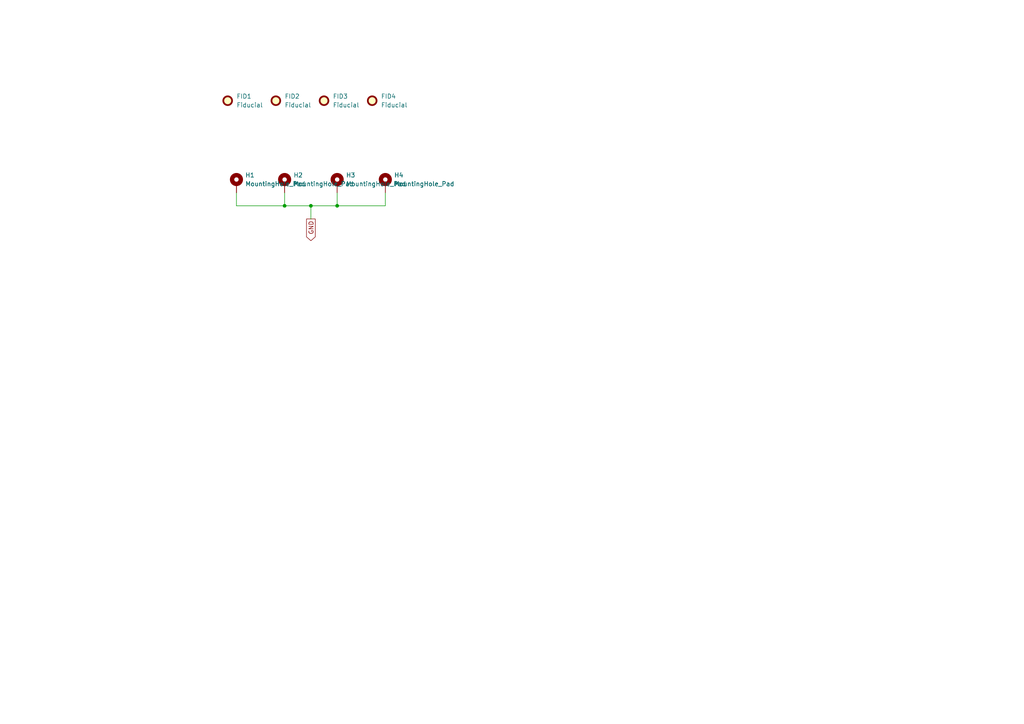
<source format=kicad_sch>
(kicad_sch (version 20250114) (generator "eeschema") (generator_version "9.0")
  (paper "A4")
  (lib_symbols
    (symbol "Mechanical:Fiducial" (in_bom no)
      (property "Reference" "FID" (at 0 5.08 0))
      (property "Value" "Fiducial" (at 0 3.175 0))
      (symbol "Fiducial_0_1"
        (circle (center 0 0) (radius 1.27) (stroke (width 0.508)) (fill (type background)))
      )
    )
    (symbol "Mechanical:MountingHole_Pad" (pin_numbers (hide yes)) (pin_names (offset 1.016) (hide yes)) (in_bom no)
      (property "Reference" "H" (at 0 6.35 0))
      (property "Value" "MountingHole_Pad" (at 0 4.445 0))
      (symbol "MountingHole_Pad_0_1"
        (circle (center 0 1.27) (radius 1.27) (stroke (width 1.27)))
      )
      (symbol "MountingHole_Pad_1_1"
        (pin input line (at 0 -2.54 90) (length 2.54) (name "1") (number "1"))
      )
    )
  )
  (junction (at 97.79 59.69))
  (junction (at 82.55 59.69))
  (junction (at 90.17 59.69))
  (wire (pts (xy 97.79 59.69) (xy 111.76 59.69)))
  (wire (pts (xy 90.17 59.69) (xy 90.17 63.5)))
  (wire (pts (xy 68.58 59.69) (xy 82.55 59.69)))
  (wire (pts (xy 68.58 55.88) (xy 68.58 59.69)))
  (wire (pts (xy 97.79 55.88) (xy 97.79 59.69)))
  (wire (pts (xy 111.76 55.88) (xy 111.76 59.69)))
  (wire (pts (xy 82.55 55.88) (xy 82.55 59.69)))
  (wire (pts (xy 82.55 59.69) (xy 90.17 59.69)))
  (wire (pts (xy 90.17 59.69) (xy 97.79 59.69)))
  (global_label "GND" (shape output) (at 90.17 63.5 270) (property "Intersheetrefs" "${INTERSHEET_REFS}" (effects (hide yes))))
  (symbol (lib_id "Mechanical:Fiducial") (at 80.01 29.21 0) (unit 1) (exclude_from_sim yes) (in_bom no)
    (property "Reference" "FID2" (at 82.55 27.9399 0) (effects (justify left)))
    (property "Value" "Fiducial" (at 82.55 30.4799 0) (effects (justify left)))
    (property "Footprint" "Fiducial:Fiducial_1.5mm_Mask3mm" (effects (hide yes)))
    (property "Description" "Fiducial Marker" (effects (hide yes)))
  )
  (symbol (lib_id "Mechanical:MountingHole_Pad") (at 111.76 53.34 0) (unit 1) (exclude_from_sim yes) (in_bom no)
    (property "Reference" "H4" (at 114.3 50.7999 0) (effects (justify left)))
    (property "Value" "MountingHole_Pad" (at 114.3 53.3399 0) (effects (justify left)))
    (property "Footprint" "MountingHole:MountingHole_3.2mm_M3_Pad" (effects (hide yes)))
    (property "Description" "Mounting Hole with connection" (effects (hide yes)))
  )
  (symbol (lib_id "Mechanical:Fiducial") (at 107.95 29.21 0) (unit 1) (exclude_from_sim yes) (in_bom no)
    (property "Reference" "FID4" (at 110.49 27.9399 0) (effects (justify left)))
    (property "Value" "Fiducial" (at 110.49 30.4799 0) (effects (justify left)))
    (property "Footprint" "Fiducial:Fiducial_1.5mm_Mask3mm" (effects (hide yes)))
    (property "Description" "Fiducial Marker" (effects (hide yes)))
  )
  (symbol (lib_id "Mechanical:MountingHole_Pad") (at 82.55 53.34 0) (unit 1) (exclude_from_sim yes) (in_bom no)
    (property "Reference" "H2" (at 85.09 50.7999 0) (effects (justify left)))
    (property "Value" "MountingHole_Pad" (at 85.09 53.3399 0) (effects (justify left)))
    (property "Footprint" "MountingHole:MountingHole_3.2mm_M3_Pad" (effects (hide yes)))
    (property "Description" "Mounting Hole with connection" (effects (hide yes)))
  )
  (symbol (lib_id "Mechanical:MountingHole_Pad") (at 68.58 53.34 0) (unit 1) (exclude_from_sim yes) (in_bom no)
    (property "Reference" "H1" (at 71.12 50.7999 0) (effects (justify left)))
    (property "Value" "MountingHole_Pad" (at 71.12 53.3399 0) (effects (justify left)))
    (property "Footprint" "MountingHole:MountingHole_3.2mm_M3_Pad" (effects (hide yes)))
    (property "Description" "Mounting Hole with connection" (effects (hide yes)))
  )
  (symbol (lib_id "Mechanical:MountingHole_Pad") (at 97.79 53.34 0) (unit 1) (exclude_from_sim yes) (in_bom no)
    (property "Reference" "H3" (at 100.33 50.7999 0) (effects (justify left)))
    (property "Value" "MountingHole_Pad" (at 100.33 53.3399 0) (effects (justify left)))
    (property "Footprint" "MountingHole:MountingHole_3.2mm_M3_Pad" (effects (hide yes)))
    (property "Description" "Mounting Hole with connection" (effects (hide yes)))
  )
  (symbol (lib_id "Mechanical:Fiducial") (at 66.04 29.21 0) (unit 1) (exclude_from_sim yes) (in_bom no)
    (property "Reference" "FID1" (at 68.58 27.9399 0) (effects (justify left)))
    (property "Value" "Fiducial" (at 68.58 30.4799 0) (effects (justify left)))
    (property "Footprint" "Fiducial:Fiducial_1.5mm_Mask3mm" (effects (hide yes)))
    (property "Description" "Fiducial Marker" (effects (hide yes)))
  )
  (symbol (lib_id "Mechanical:Fiducial") (at 93.98 29.21 0) (unit 1) (exclude_from_sim yes) (in_bom no)
    (property "Reference" "FID3" (at 96.52 27.9399 0) (effects (justify left)))
    (property "Value" "Fiducial" (at 96.52 30.4799 0) (effects (justify left)))
    (property "Footprint" "Fiducial:Fiducial_1.5mm_Mask3mm" (effects (hide yes)))
    (property "Description" "Fiducial Marker" (effects (hide yes)))
  )
)
</source>
